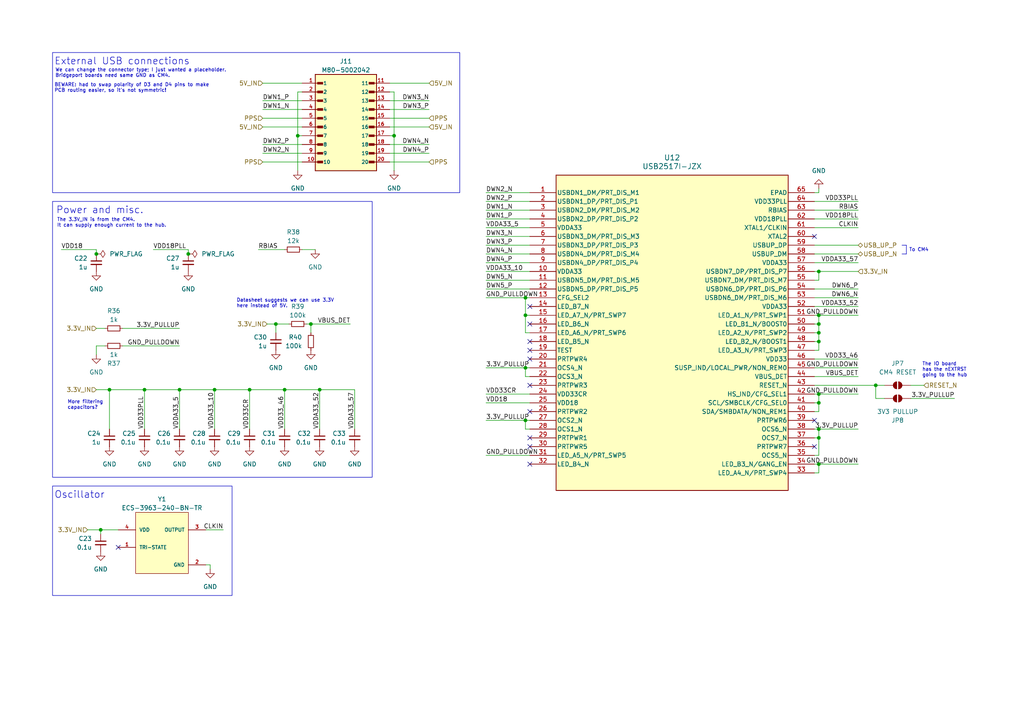
<source format=kicad_sch>
(kicad_sch (version 20250114) (generator "eeschema") (generator_version "9.0")
  (paper "A4")
  (title_block (title "USB Hub") (date "2024-09-12") (rev "0.1"))
  (lib_symbols
    (symbol "Device:C_Small" (pin_numbers (hide yes)) (pin_names (offset 0.254) (hide yes))
      (property "Reference" "C" (at 0.254 1.778 0))
      (property "Value" "C_Small" (at 0.254 -2.032 0))
      (symbol "C_Small_0_1"
        (polyline (pts (xy -1.524 0.508) (xy 1.524 0.508)) (stroke (width 0.3048)))
        (polyline (pts (xy -1.524 -0.508) (xy 1.524 -0.508)) (stroke (width 0.3302)))
      )
      (symbol "C_Small_1_1"
        (pin passive line (at 0 2.54 270) (length 2.032) (name "~") (number "1"))
        (pin passive line (at 0 -2.54 90) (length 2.032) (name "~") (number "2"))
      )
    )
    (symbol "Device:R_Small" (pin_numbers (hide yes)) (pin_names (offset 0.254) (hide yes))
      (property "Reference" "R" (at 0 0 90))
      (property "Value" "R_Small" (at 1.778 0 90))
      (symbol "R_Small_0_1"
        (rectangle (start -0.762 1.778) (end 0.762 -1.778) (stroke (width 0.2032)))
      )
      (symbol "R_Small_1_1"
        (pin passive line (at 0 2.54 270) (length 0.762) (name "~") (number "1"))
        (pin passive line (at 0 -2.54 90) (length 0.762) (name "~") (number "2"))
      )
    )
    (symbol "Jumper:SolderJumper_2_Open" (pin_numbers (hide yes)) (pin_names (offset 0) (hide yes)) (in_bom no)
      (property "Reference" "JP" (at 0 2.032 0))
      (property "Value" "SolderJumper_2_Open" (at 0 -2.54 0))
      (symbol "SolderJumper_2_Open_0_1"
        (polyline (pts (xy -0.254 1.016) (xy -0.254 -1.016)))
        (arc (start -0.254 -1.016) (mid -1.2656 0) (end -0.254 1.016))
        (arc (start -0.254 -1.016) (mid -1.2656 0) (end -0.254 1.016) (fill (type outline)))
        (arc (start 0.254 1.016) (mid 1.2656 0) (end 0.254 -1.016))
        (arc (start 0.254 1.016) (mid 1.2656 0) (end 0.254 -1.016) (fill (type outline)))
        (polyline (pts (xy 0.254 1.016) (xy 0.254 -1.016)))
      )
      (symbol "SolderJumper_2_Open_1_1"
        (pin passive line (at -3.81 0 0) (length 2.54) (name "A") (number "1"))
        (pin passive line (at 3.81 0 180) (length 2.54) (name "B") (number "2"))
      )
    )
    (symbol "fc-board:ECS-3963-240-BN-TR" (pin_names (offset 1.016))
      (property "Reference" "Y" (at 0 9.398 0))
      (property "Value" "ECS-3963-240-BN-TR" (at 0 -11.43 0))
      (symbol "ECS-3963-240-BN-TR_0_0"
        (rectangle (start -7.62 8.89) (end 7.62 -8.89) (stroke (width 0.1524)) (fill (type background)))
        (pin input line (at -12.7 3.81 0) (length 5.08) (name "VDD") (number "4"))
        (pin input line (at -12.7 -1.27 0) (length 5.08) (name "TRI-STATE") (number "1"))
        (pin output line (at 12.7 3.81 180) (length 5.08) (name "OUTPUT") (number "3"))
        (pin power_in line (at 12.7 -6.35 180) (length 5.08) (name "GND") (number "2"))
      )
    )
    (symbol "fc-board:M80-5002042" (pin_names (offset 1.016))
      (property "Reference" "J" (at -9.39 15.24 0))
      (property "Value" "M80-5002042" (at -8.89 -15.24 0))
      (symbol "M80-5002042_0_0"
        (rectangle (start -8.89 15.24) (end 8.89 -12.7) (stroke (width 0.254)) (fill (type background)))
        (rectangle (start -8.255 12.3825) (end -6.6675 13.0175) (stroke (width 0.1)) (fill (type outline)))
        (rectangle (start -8.255 9.8425) (end -6.6675 10.4775) (stroke (width 0.1)) (fill (type outline)))
        (rectangle (start -8.255 7.3025) (end -6.6675 7.9375) (stroke (width 0.1)) (fill (type outline)))
        (rectangle (start -8.255 4.7625) (end -6.6675 5.3975) (stroke (width 0.1)) (fill (type outline)))
        (rectangle (start -8.255 2.2225) (end -6.6675 2.8575) (stroke (width 0.1)) (fill (type outline)))
        (rectangle (start -8.255 -0.3175) (end -6.6675 0.3175) (stroke (width 0.1)) (fill (type outline)))
        (rectangle (start -8.255 -2.8575) (end -6.6675 -2.2225) (stroke (width 0.1)) (fill (type outline)))
        (rectangle (start -8.255 -5.3975) (end -6.6675 -4.7625) (stroke (width 0.1)) (fill (type outline)))
        (rectangle (start -8.255 -7.9375) (end -6.6675 -7.3025) (stroke (width 0.1)) (fill (type outline)))
        (rectangle (start -8.255 -10.4775) (end -6.6675 -9.8425) (stroke (width 0.1)) (fill (type outline)))
        (rectangle (start 8.255 12.3825) (end 6.6675 13.0175) (stroke (width 0.1)) (fill (type outline)))
        (rectangle (start 8.255 9.8425) (end 6.6675 10.4775) (stroke (width 0.1)) (fill (type outline)))
        (rectangle (start 8.255 7.3025) (end 6.6675 7.9375) (stroke (width 0.1)) (fill (type outline)))
        (rectangle (start 8.255 4.7625) (end 6.6675 5.3975) (stroke (width 0.1)) (fill (type outline)))
        (rectangle (start 8.255 2.2225) (end 6.6675 2.8575) (stroke (width 0.1)) (fill (type outline)))
        (rectangle (start 8.255 -0.3175) (end 6.6675 0.3175) (stroke (width 0.1)) (fill (type outline)))
        (rectangle (start 8.255 -2.8575) (end 6.6675 -2.2225) (stroke (width 0.1)) (fill (type outline)))
        (rectangle (start 8.255 -5.3975) (end 6.6675 -4.7625) (stroke (width 0.1)) (fill (type outline)))
        (rectangle (start 8.255 -7.9375) (end 6.6675 -7.3025) (stroke (width 0.1)) (fill (type outline)))
        (rectangle (start 8.255 -10.4775) (end 6.6675 -9.8425) (stroke (width 0.1)) (fill (type outline)))
        (pin passive line (at -12.7 12.7 0) (length 5.08) (name "1") (number "1"))
        (pin passive line (at -12.7 10.16 0) (length 5.08) (name "2") (number "2"))
        (pin passive line (at -12.7 7.62 0) (length 5.08) (name "3") (number "3"))
        (pin passive line (at -12.7 5.08 0) (length 5.08) (name "4") (number "4"))
        (pin passive line (at -12.7 2.54 0) (length 5.08) (name "5") (number "5"))
        (pin passive line (at -12.7 0 0) (length 5.08) (name "6") (number "6"))
        (pin passive line (at -12.7 -2.54 0) (length 5.08) (name "7") (number "7"))
        (pin passive line (at -12.7 -5.08 0) (length 5.08) (name "8") (number "8"))
        (pin passive line (at -12.7 -7.62 0) (length 5.08) (name "9") (number "9"))
        (pin passive line (at -12.7 -10.16 0) (length 5.08) (name "10") (number "10"))
        (pin passive line (at 12.7 12.7 180) (length 5.08) (name "11") (number "11"))
        (pin passive line (at 12.7 10.16 180) (length 5.08) (name "12") (number "12"))
        (pin passive line (at 12.7 7.62 180) (length 5.08) (name "13") (number "13"))
        (pin passive line (at 12.7 5.08 180) (length 5.08) (name "14") (number "14"))
        (pin passive line (at 12.7 2.54 180) (length 5.08) (name "15") (number "15"))
        (pin passive line (at 12.7 0 180) (length 5.08) (name "16") (number "16"))
        (pin passive line (at 12.7 -2.54 180) (length 5.08) (name "17") (number "17"))
        (pin passive line (at 12.7 -5.08 180) (length 5.08) (name "18") (number "18"))
        (pin passive line (at 12.7 -7.62 180) (length 5.08) (name "19") (number "19"))
        (pin passive line (at 12.7 -10.16 180) (length 5.08) (name "20") (number "20"))
      )
    )
    (symbol "fc-board:USB2517I-JZX" (pin_names (offset 0.254))
      (property "Reference" "U" (at 40.64 9.906 0))
      (property "Value" "USB2517I-JZX" (at 40.64 7.366 0))
      (symbol "USB2517I-JZX_0_1"
        (pin bidirectional line (at 0 0 0) (length 7.62) (name "USBDN1_DM/PRT_DIS_M1") (number "1"))
        (pin bidirectional line (at 0 -2.54 0) (length 7.62) (name "USBDN1_DP/PRT_DIS_P1") (number "2"))
        (pin bidirectional line (at 0 -5.08 0) (length 7.62) (name "USBDN2_DM/PRT_DIS_M2") (number "3"))
        (pin bidirectional line (at 0 -7.62 0) (length 7.62) (name "USBDN2_DP/PRT_DIS_P2") (number "4"))
        (pin power_in line (at 0 -10.16 0) (length 7.62) (name "VDDA33") (number "5"))
        (pin bidirectional line (at 0 -12.7 0) (length 7.62) (name "USBDN3_DM/PRT_DIS_M3") (number "6"))
        (pin bidirectional line (at 0 -15.24 0) (length 7.62) (name "USBDN3_DP/PRT_DIS_P3") (number "7"))
        (pin bidirectional line (at 0 -17.78 0) (length 7.62) (name "USBDN4_DM/PRT_DIS_M4") (number "8"))
        (pin bidirectional line (at 0 -20.32 0) (length 7.62) (name "USBDN4_DP/PRT_DIS_P4") (number "9"))
        (pin power_in line (at 0 -22.86 0) (length 7.62) (name "VDDA33") (number "10"))
        (pin bidirectional line (at 0 -25.4 0) (length 7.62) (name "USBDN5_DM/PRT_DIS_M5") (number "11"))
        (pin bidirectional line (at 0 -27.94 0) (length 7.62) (name "USBDN5_DP/PRT_DIS_P5") (number "12"))
        (pin bidirectional line (at 0 -30.48 0) (length 7.62) (name "CFG_SEL2") (number "13"))
        (pin bidirectional line (at 0 -33.02 0) (length 7.62) (name "LED_B7_N") (number "14"))
        (pin bidirectional line (at 0 -35.56 0) (length 7.62) (name "LED_A7_N/PRT_SWP7") (number "15"))
        (pin bidirectional line (at 0 -38.1 0) (length 7.62) (name "LED_B6_N") (number "16"))
        (pin bidirectional line (at 0 -40.64 0) (length 7.62) (name "LED_A6_N/PRT_SWP6") (number "17"))
        (pin bidirectional line (at 0 -43.18 0) (length 7.62) (name "LED_B5_N") (number "18"))
        (pin bidirectional line (at 0 -45.72 0) (length 7.62) (name "TEST") (number "19"))
        (pin bidirectional line (at 0 -48.26 0) (length 7.62) (name "PRTPWR4") (number "20"))
        (pin bidirectional line (at 0 -50.8 0) (length 7.62) (name "OCS4_N") (number "21"))
        (pin bidirectional line (at 0 -53.34 0) (length 7.62) (name "OCS3_N") (number "22"))
        (pin bidirectional line (at 0 -55.88 0) (length 7.62) (name "PRTPWR3") (number "23"))
        (pin power_in line (at 0 -58.42 0) (length 7.62) (name "VDD33CR") (number "24"))
        (pin power_in line (at 0 -60.96 0) (length 7.62) (name "VDD18") (number "25"))
        (pin bidirectional line (at 0 -63.5 0) (length 7.62) (name "PRTPWR2") (number "26"))
        (pin bidirectional line (at 0 -66.04 0) (length 7.62) (name "OCS2_N") (number "27"))
        (pin bidirectional line (at 0 -68.58 0) (length 7.62) (name "OCS1_N") (number "28"))
        (pin bidirectional line (at 0 -71.12 0) (length 7.62) (name "PRTPWR1") (number "29"))
        (pin bidirectional line (at 0 -73.66 0) (length 7.62) (name "PRTPWR5") (number "30"))
        (pin bidirectional line (at 0 -76.2 0) (length 7.62) (name "LED_A5_N/PRT_SWP5") (number "31"))
        (pin bidirectional line (at 0 -78.74 0) (length 7.62) (name "LED_B4_N") (number "32"))
        (pin power_in line (at 82.55 -2.54 180) (length 7.62) (name "VDD33PLL") (number "64"))
        (pin bidirectional line (at 82.55 -5.08 180) (length 7.62) (name "RBIAS") (number "63"))
        (pin power_in line (at 82.55 -7.62 180) (length 7.62) (name "VDD18PLL") (number "62"))
        (pin bidirectional line (at 82.55 -10.16 180) (length 7.62) (name "XTAL1/CLKIN") (number "61"))
        (pin bidirectional line (at 82.55 -12.7 180) (length 7.62) (name "XTAL2") (number "60"))
        (pin bidirectional line (at 82.55 -15.24 180) (length 7.62) (name "USBUP_DP") (number "59"))
        (pin bidirectional line (at 82.55 -17.78 180) (length 7.62) (name "USBUP_DM") (number "58"))
        (pin power_in line (at 82.55 -20.32 180) (length 7.62) (name "VDDA33") (number "57"))
        (pin bidirectional line (at 82.55 -22.86 180) (length 7.62) (name "USBDN7_DP/PRT_DIS_P7") (number "56"))
        (pin bidirectional line (at 82.55 -25.4 180) (length 7.62) (name "USBDN7_DM/PRT_DIS_M7") (number "55"))
        (pin bidirectional line (at 82.55 -27.94 180) (length 7.62) (name "USBDN6_DP/PRT_DIS_P6") (number "54"))
        (pin bidirectional line (at 82.55 -30.48 180) (length 7.62) (name "USBDN6_DM/PRT_DIS_M6") (number "53"))
        (pin power_in line (at 82.55 -33.02 180) (length 7.62) (name "VDDA33") (number "52"))
        (pin bidirectional line (at 82.55 -35.56 180) (length 7.62) (name "LED_A1_N/PRT_SWP1") (number "51"))
        (pin bidirectional line (at 82.55 -38.1 180) (length 7.62) (name "LED_B1_N/BOOST0") (number "50"))
        (pin bidirectional line (at 82.55 -40.64 180) (length 7.62) (name "LED_A2_N/PRT_SWP2") (number "49"))
        (pin bidirectional line (at 82.55 -43.18 180) (length 7.62) (name "LED_B2_N/BOOST1") (number "48"))
        (pin bidirectional line (at 82.55 -45.72 180) (length 7.62) (name "LED_A3_N/PRT_SWP3") (number "47"))
        (pin power_in line (at 82.55 -48.26 180) (length 7.62) (name "VDD33") (number "46"))
        (pin bidirectional line (at 82.55 -50.8 180) (length 7.62) (name "SUSP_IND/LOCAL_PWR/NON_REM0") (number "45"))
        (pin bidirectional line (at 82.55 -53.34 180) (length 7.62) (name "VBUS_DET") (number "44"))
        (pin bidirectional line (at 82.55 -55.88 180) (length 7.62) (name "RESET_N") (number "43"))
        (pin bidirectional line (at 82.55 -58.42 180) (length 7.62) (name "HS_IND/CFG_SEL1") (number "42"))
        (pin bidirectional line (at 82.55 -60.96 180) (length 7.62) (name "SCL/SMBCLK/CFG_SEL0") (number "41"))
        (pin bidirectional line (at 82.55 -63.5 180) (length 7.62) (name "SDA/SMBDATA/NON_REM1") (number "40"))
        (pin bidirectional line (at 82.55 -66.04 180) (length 7.62) (name "PRTPWR6") (number "39"))
        (pin bidirectional line (at 82.55 -68.58 180) (length 7.62) (name "OCS6_N") (number "38"))
        (pin bidirectional line (at 82.55 -71.12 180) (length 7.62) (name "OCS7_N") (number "37"))
        (pin bidirectional line (at 82.55 -73.66 180) (length 7.62) (name "PRTPWR7") (number "36"))
        (pin bidirectional line (at 82.55 -76.2 180) (length 7.62) (name "OCS5_N") (number "35"))
        (pin bidirectional line (at 82.55 -78.74 180) (length 7.62) (name "LED_B3_N/GANG_EN") (number "34"))
        (pin bidirectional line (at 82.55 -81.28 180) (length 7.62) (name "LED_A4_N/PRT_SWP4") (number "33"))
      )
      (symbol "USB2517I-JZX_1_1"
        (rectangle (start 7.62 5.08) (end 74.93 -86.36) (stroke (width 0.254)) (fill (type background)))
        (pin power_in line (at 82.55 0 180) (length 7.62) (name "EPAD") (number "65"))
      )
    )
    (symbol "power:GND" (power) (pin_numbers (hide yes)) (pin_names (offset 0) (hide yes))
      (property "Value" "GND" (at 0 -3.81 0))
      (symbol "GND_0_1"
        (polyline (pts (xy 0 0) (xy 0 -1.27) (xy 1.27 -1.27) (xy 0 -2.54) (xy -1.27 -1.27) (xy 0 -1.27)))
      )
      (symbol "GND_1_1"
        (pin power_in line (at 0 0 270) (length 0) (name "~") (number "1"))
      )
    )
    (symbol "power:PWR_FLAG" (power) (pin_numbers (hide yes)) (pin_names (offset 0) (hide yes))
      (property "Value" "PWR_FLAG" (at 0 3.81 0))
      (symbol "PWR_FLAG_0_0"
        (pin power_out line (at 0 0 90) (length 0) (name "~") (number "1"))
      )
      (symbol "PWR_FLAG_0_1"
        (polyline (pts (xy 0 0) (xy 0 1.27) (xy -1.016 1.905) (xy 0 2.54) (xy 1.016 1.905) (xy 0 1.27)))
      )
    )
  )
  (rectangle (start 15.24 15.24) (end 133.35 55.88))
  (rectangle (start 15.24 58.42) (end 107.95 138.43))
  (rectangle (start 15.24 140.97) (end 67.31 172.72))
  (text "More filtering\ncapacitors?" (at 19.558 118.872 0) (effects (font (size 1 1)) (justify left bottom)))
  (text "The IO board\nhas the nEXTRST\ngoing to the hub" (at 267.462 109.474 0) (effects (font (size 1 1)) (justify left bottom)))
  (text "BEWARE: had to swap polarity of D3 and D4 pins to make\nPCB routing easier, so it's not symmetric!" (at 15.748 26.924 0) (effects (font (size 1 1)) (justify left bottom)))
  (text "Oscillator" (at 15.748 144.78 0) (effects (font (size 2 2)) (justify left bottom)))
  (text "We can change the connector type; I just wanted a placeholder.\nBridgeport boards need same GND as CM4." (at 16.002 22.606 0) (effects (font (size 1 1)) (justify left bottom)))
  (text "Power and misc." (at 16.256 62.23 0) (effects (font (size 2 2)) (justify left bottom)))
  (text "To CM4" (at 263.652 73.152 0) (effects (font (size 1 1)) (justify left bottom)))
  (text "The 3.3V_IN is from the CM4.\nIt can supply enough current to the hub." (at 16.51 66.04 0) (effects (font (size 1 1)) (justify left bottom)))
  (text "Datasheet suggests we can use 3.3V\nhere instead of 5V." (at 68.58 89.408 0) (effects (font (size 1 1)) (justify left bottom)))
  (text "External USB connections" (at 15.748 19.05 0) (effects (font (size 2 2)) (justify left bottom)))
  (junction (at 254 111.76))
  (junction (at 41.91 113.03))
  (junction (at 237.49 127))
  (junction (at 152.4 106.68))
  (junction (at 27.94 73.66))
  (junction (at 82.55 113.03))
  (junction (at 152.4 121.92))
  (junction (at 237.49 93.98))
  (junction (at 31.75 113.03))
  (junction (at 86.36 39.37))
  (junction (at 54.61 73.66))
  (junction (at 29.21 153.67))
  (junction (at 72.39 113.03))
  (junction (at 237.49 116.84))
  (junction (at 52.07 113.03))
  (junction (at 90.17 93.98))
  (junction (at 92.71 113.03))
  (junction (at 237.49 99.06))
  (junction (at 152.4 91.44))
  (junction (at 237.49 78.74))
  (junction (at 62.23 113.03))
  (junction (at 114.3 39.37))
  (junction (at 237.49 96.52))
  (junction (at 237.49 124.46))
  (junction (at 237.49 114.3))
  (junction (at 237.49 134.62))
  (junction (at 152.4 86.36))
  (junction (at 80.01 93.98))
  (junction (at 237.49 91.44))
  (no_connect (at 153.67 129.54))
  (no_connect (at 236.22 129.54))
  (no_connect (at 34.29 158.75))
  (no_connect (at 236.22 121.92))
  (no_connect (at 153.67 104.14))
  (no_connect (at 153.67 119.38))
  (no_connect (at 153.67 101.6))
  (no_connect (at 153.67 93.98))
  (no_connect (at 153.67 127))
  (no_connect (at 236.22 68.58))
  (no_connect (at 153.67 88.9))
  (no_connect (at 153.67 99.06))
  (no_connect (at 153.67 111.76))
  (no_connect (at 153.67 134.62))
  (wire (pts (xy 76.2 36.83) (xy 87.63 36.83)))
  (wire (pts (xy 152.4 121.92) (xy 152.4 124.46)))
  (wire (pts (xy 152.4 91.44) (xy 153.67 91.44)))
  (wire (pts (xy 236.22 96.52) (xy 237.49 96.52)))
  (wire (pts (xy 237.49 96.52) (xy 237.49 99.06)))
  (wire (pts (xy 153.67 106.68) (xy 152.4 106.68)))
  (wire (pts (xy 152.4 91.44) (xy 152.4 96.52)))
  (wire (pts (xy 153.67 71.12) (xy 140.97 71.12)))
  (wire (pts (xy 90.17 93.98) (xy 90.17 96.52)))
  (wire (pts (xy 153.67 55.88) (xy 140.97 55.88)))
  (wire (pts (xy 140.97 83.82) (xy 153.67 83.82)))
  (wire (pts (xy 113.03 39.37) (xy 114.3 39.37)))
  (wire (pts (xy 124.46 34.29) (xy 113.03 34.29)))
  (wire (pts (xy 152.4 86.36) (xy 152.4 91.44)))
  (wire (pts (xy 236.22 81.28) (xy 237.49 81.28)))
  (wire (pts (xy 140.97 121.92) (xy 152.4 121.92)))
  (wire (pts (xy 76.2 41.91) (xy 87.63 41.91)))
  (wire (pts (xy 76.2 34.29) (xy 87.63 34.29)))
  (wire (pts (xy 62.23 113.03) (xy 62.23 124.46)))
  (wire (pts (xy 264.16 111.76) (xy 267.97 111.76)))
  (wire (pts (xy 80.01 93.98) (xy 77.47 93.98)))
  (wire (pts (xy 87.63 72.39) (xy 91.44 72.39)))
  (wire (pts (xy 86.36 39.37) (xy 86.36 49.53)))
  (polyline (pts (xy 261.62 73.66) (xy 262.89 73.66)))
  (wire (pts (xy 140.97 81.28) (xy 153.67 81.28)))
  (wire (pts (xy 140.97 114.3) (xy 153.67 114.3)))
  (wire (pts (xy 44.45 72.39) (xy 54.61 72.39)))
  (wire (pts (xy 72.39 113.03) (xy 82.55 113.03)))
  (wire (pts (xy 153.67 73.66) (xy 140.97 73.66)))
  (wire (pts (xy 153.67 63.5) (xy 140.97 63.5)))
  (wire (pts (xy 248.92 60.96) (xy 236.22 60.96)))
  (wire (pts (xy 237.49 124.46) (xy 248.92 124.46)))
  (wire (pts (xy 236.22 73.66) (xy 248.92 73.66)))
  (wire (pts (xy 52.07 113.03) (xy 52.07 124.46)))
  (wire (pts (xy 236.22 71.12) (xy 248.92 71.12)))
  (wire (pts (xy 31.75 124.46) (xy 31.75 113.03)))
  (wire (pts (xy 237.49 78.74) (xy 237.49 81.28)))
  (wire (pts (xy 236.22 124.46) (xy 237.49 124.46)))
  (wire (pts (xy 152.4 109.22) (xy 153.67 109.22)))
  (wire (pts (xy 152.4 96.52) (xy 153.67 96.52)))
  (wire (pts (xy 254 115.57) (xy 254 111.76)))
  (wire (pts (xy 236.22 78.74) (xy 237.49 78.74)))
  (wire (pts (xy 76.2 29.21) (xy 87.63 29.21)))
  (wire (pts (xy 237.49 99.06) (xy 237.49 101.6)))
  (wire (pts (xy 17.78 72.39) (xy 27.94 72.39)))
  (wire (pts (xy 256.54 115.57) (xy 254 115.57)))
  (wire (pts (xy 140.97 106.68) (xy 152.4 106.68)))
  (wire (pts (xy 237.49 91.44) (xy 248.92 91.44)))
  (wire (pts (xy 237.49 134.62) (xy 248.92 134.62)))
  (wire (pts (xy 236.22 134.62) (xy 237.49 134.62)))
  (wire (pts (xy 124.46 24.13) (xy 113.03 24.13)))
  (wire (pts (xy 153.67 68.58) (xy 140.97 68.58)))
  (wire (pts (xy 31.75 113.03) (xy 41.91 113.03)))
  (wire (pts (xy 237.49 114.3) (xy 237.49 116.84)))
  (wire (pts (xy 64.77 153.67) (xy 59.69 153.67)))
  (wire (pts (xy 60.96 163.83) (xy 60.96 165.1)))
  (wire (pts (xy 153.67 60.96) (xy 140.97 60.96)))
  (wire (pts (xy 236.22 104.14) (xy 248.92 104.14)))
  (wire (pts (xy 236.22 101.6) (xy 237.49 101.6)))
  (wire (pts (xy 76.2 44.45) (xy 87.63 44.45)))
  (wire (pts (xy 74.93 72.39) (xy 82.55 72.39)))
  (wire (pts (xy 237.49 127) (xy 237.49 132.08)))
  (wire (pts (xy 29.21 154.94) (xy 29.21 153.67)))
  (wire (pts (xy 124.46 31.75) (xy 113.03 31.75)))
  (wire (pts (xy 236.22 66.04) (xy 248.92 66.04)))
  (polyline (pts (xy 261.62 71.12) (xy 262.89 71.12)))
  (wire (pts (xy 76.2 24.13) (xy 87.63 24.13)))
  (wire (pts (xy 254 111.76) (xy 256.54 111.76)))
  (wire (pts (xy 236.22 83.82) (xy 248.92 83.82)))
  (wire (pts (xy 90.17 93.98) (xy 88.9 93.98)))
  (wire (pts (xy 54.61 72.39) (xy 54.61 73.66)))
  (wire (pts (xy 87.63 26.67) (xy 86.36 26.67)))
  (wire (pts (xy 124.46 46.99) (xy 113.03 46.99)))
  (wire (pts (xy 153.67 121.92) (xy 152.4 121.92)))
  (wire (pts (xy 114.3 26.67) (xy 114.3 39.37)))
  (wire (pts (xy 29.21 153.67) (xy 34.29 153.67)))
  (wire (pts (xy 124.46 29.21) (xy 113.03 29.21)))
  (wire (pts (xy 41.91 113.03) (xy 52.07 113.03)))
  (wire (pts (xy 30.48 100.33) (xy 27.94 100.33)))
  (wire (pts (xy 236.22 127) (xy 237.49 127)))
  (wire (pts (xy 76.2 46.99) (xy 87.63 46.99)))
  (wire (pts (xy 153.67 58.42) (xy 140.97 58.42)))
  (wire (pts (xy 80.01 93.98) (xy 80.01 96.52)))
  (wire (pts (xy 152.4 106.68) (xy 152.4 109.22)))
  (wire (pts (xy 237.49 134.62) (xy 237.49 137.16)))
  (wire (pts (xy 102.87 113.03) (xy 102.87 124.46)))
  (wire (pts (xy 153.67 86.36) (xy 152.4 86.36)))
  (wire (pts (xy 113.03 26.67) (xy 114.3 26.67)))
  (wire (pts (xy 52.07 100.33) (xy 35.56 100.33)))
  (wire (pts (xy 236.22 86.36) (xy 248.92 86.36)))
  (wire (pts (xy 41.91 113.03) (xy 41.91 124.46)))
  (wire (pts (xy 237.49 78.74) (xy 248.92 78.74)))
  (wire (pts (xy 236.22 137.16) (xy 237.49 137.16)))
  (wire (pts (xy 76.2 31.75) (xy 87.63 31.75)))
  (wire (pts (xy 237.49 93.98) (xy 237.49 96.52)))
  (wire (pts (xy 236.22 132.08) (xy 237.49 132.08)))
  (wire (pts (xy 124.46 41.91) (xy 113.03 41.91)))
  (wire (pts (xy 236.22 63.5) (xy 248.92 63.5)))
  (wire (pts (xy 236.22 76.2) (xy 248.92 76.2)))
  (wire (pts (xy 140.97 78.74) (xy 153.67 78.74)))
  (wire (pts (xy 27.94 113.03) (xy 31.75 113.03)))
  (wire (pts (xy 124.46 44.45) (xy 113.03 44.45)))
  (wire (pts (xy 153.67 76.2) (xy 140.97 76.2)))
  (wire (pts (xy 236.22 93.98) (xy 237.49 93.98)))
  (wire (pts (xy 27.94 100.33) (xy 27.94 102.87)))
  (wire (pts (xy 236.22 55.88) (xy 237.49 55.88)))
  (wire (pts (xy 83.82 93.98) (xy 80.01 93.98)))
  (wire (pts (xy 92.71 113.03) (xy 102.87 113.03)))
  (wire (pts (xy 236.22 119.38) (xy 237.49 119.38)))
  (wire (pts (xy 236.22 111.76) (xy 254 111.76)))
  (wire (pts (xy 236.22 109.22) (xy 248.92 109.22)))
  (wire (pts (xy 236.22 106.68) (xy 248.92 106.68)))
  (wire (pts (xy 82.55 113.03) (xy 92.71 113.03)))
  (wire (pts (xy 25.4 153.67) (xy 29.21 153.67)))
  (wire (pts (xy 140.97 66.04) (xy 153.67 66.04)))
  (wire (pts (xy 82.55 113.03) (xy 82.55 124.46)))
  (wire (pts (xy 52.07 95.25) (xy 35.56 95.25)))
  (wire (pts (xy 237.49 114.3) (xy 248.92 114.3)))
  (polyline (pts (xy 262.89 71.12) (xy 262.89 73.66)))
  (wire (pts (xy 114.3 39.37) (xy 114.3 49.53)))
  (wire (pts (xy 248.92 58.42) (xy 236.22 58.42)))
  (wire (pts (xy 124.46 36.83) (xy 113.03 36.83)))
  (wire (pts (xy 101.6 93.98) (xy 90.17 93.98)))
  (wire (pts (xy 236.22 114.3) (xy 237.49 114.3)))
  (wire (pts (xy 237.49 116.84) (xy 237.49 119.38)))
  (wire (pts (xy 237.49 54.61) (xy 237.49 55.88)))
  (wire (pts (xy 72.39 113.03) (xy 72.39 124.46)))
  (wire (pts (xy 236.22 99.06) (xy 237.49 99.06)))
  (wire (pts (xy 52.07 113.03) (xy 62.23 113.03)))
  (wire (pts (xy 237.49 124.46) (xy 237.49 127)))
  (wire (pts (xy 59.69 163.83) (xy 60.96 163.83)))
  (wire (pts (xy 92.71 113.03) (xy 92.71 124.46)))
  (wire (pts (xy 140.97 116.84) (xy 153.67 116.84)))
  (wire (pts (xy 87.63 39.37) (xy 86.36 39.37)))
  (wire (pts (xy 237.49 91.44) (xy 237.49 93.98)))
  (wire (pts (xy 140.97 86.36) (xy 152.4 86.36)))
  (wire (pts (xy 140.97 132.08) (xy 153.67 132.08)))
  (wire (pts (xy 30.48 95.25) (xy 27.94 95.25)))
  (wire (pts (xy 236.22 116.84) (xy 237.49 116.84)))
  (wire (pts (xy 86.36 26.67) (xy 86.36 39.37)))
  (wire (pts (xy 236.22 91.44) (xy 237.49 91.44)))
  (wire (pts (xy 236.22 88.9) (xy 248.92 88.9)))
  (wire (pts (xy 62.23 113.03) (xy 72.39 113.03)))
  (wire (pts (xy 152.4 124.46) (xy 153.67 124.46)))
  (wire (pts (xy 27.94 72.39) (xy 27.94 73.66)))
  (wire (pts (xy 264.16 115.57) (xy 276.86 115.57)))
  (label "DWN1_N" (at 76.2 31.75 0))
  (label "3.3V_PULLUP" (at 52.07 95.25 180))
  (label "DWN4_N" (at 140.97 73.66 0) (property "Netclass" "usb" (effects (hide yes))))
  (label "DWN1_P" (at 140.97 63.5 0) (property "Netclass" "usb" (effects (hide yes))))
  (label "GND_PULLDOWN" (at 248.92 91.44 180))
  (label "DWN3_N" (at 140.97 68.58 0) (property "Netclass" "usb" (effects (hide yes))))
  (label "GND_PULLDOWN" (at 140.97 86.36 0))
  (label "VDDA33_52" (at 92.71 124.46 90))
  (label "GND_PULLDOWN" (at 248.92 114.3 180))
  (label "DWN4_N" (at 124.46 41.91 180))
  (label "VDDA33_5" (at 52.07 124.46 90))
  (label "CLKIN" (at 64.77 153.67 180))
  (label "3.3V_PULLUP" (at 248.92 124.46 180))
  (label "DWN6_P" (at 248.92 83.82 180) (property "Netclass" "usb" (effects (hide yes))))
  (label "DWN3_N" (at 124.46 29.21 180))
  (label "VDDA33_57" (at 248.92 76.2 180))
  (label "DWN2_P" (at 76.2 41.91 0))
  (label "GND_PULLDOWN" (at 140.97 132.08 0))
  (label "VDD33PLL" (at 248.92 58.42 180))
  (label "DWN5_N" (at 140.97 81.28 0) (property "Netclass" "usb" (effects (hide yes))))
  (label "VBUS_DET" (at 101.6 93.98 180))
  (label "VDD18PLL" (at 44.45 72.39 0))
  (label "VDD18" (at 17.78 72.39 0))
  (label "DWN2_N" (at 140.97 55.88 0) (property "Netclass" "usb" (effects (hide yes))))
  (label "VDD18" (at 140.97 116.84 0))
  (label "GND_PULLDOWN" (at 52.07 100.33 180))
  (label "VDDA33_10" (at 62.23 124.46 90))
  (label "VBUS_DET" (at 248.92 109.22 180))
  (label "DWN4_P" (at 124.46 44.45 180))
  (label "VDD33_46" (at 248.92 104.14 180))
  (label "GND_PULLDOWN" (at 248.92 134.62 180))
  (label "VDDA33_52" (at 248.92 88.9 180))
  (label "GND_PULLDOWN" (at 248.92 106.68 180))
  (label "DWN5_P" (at 140.97 83.82 0) (property "Netclass" "usb" (effects (hide yes))))
  (label "VDD18PLL" (at 248.92 63.5 180))
  (label "VDD33_46" (at 82.55 124.46 90))
  (label "RBIAS" (at 248.92 60.96 180))
  (label "VDD33PLL" (at 41.91 124.46 90))
  (label "DWN1_N" (at 140.97 60.96 0) (property "Netclass" "usb" (effects (hide yes))))
  (label "3.3V_PULLUP" (at 276.86 115.57 180))
  (label "DWN2_N" (at 76.2 44.45 0))
  (label "DWN4_P" (at 140.97 76.2 0) (property "Netclass" "usb" (effects (hide yes))))
  (label "VDDA33_57" (at 102.87 124.46 90))
  (label "VDDA33_5" (at 140.97 66.04 0))
  (label "DWN3_P" (at 140.97 71.12 0) (property "Netclass" "usb" (effects (hide yes))))
  (label "RBIAS" (at 74.93 72.39 0))
  (label "CLKIN" (at 248.92 66.04 180))
  (label "DWN2_P" (at 140.97 58.42 0) (property "Netclass" "usb" (effects (hide yes))))
  (label "3.3V_PULLUP" (at 140.97 121.92 0))
  (label "DWN3_P" (at 124.46 31.75 180))
  (label "VDD33CR" (at 72.39 124.46 90))
  (label "DWN6_N" (at 248.92 86.36 180) (property "Netclass" "usb" (effects (hide yes))))
  (label "DWN1_P" (at 76.2 29.21 0))
  (label "VDD33CR" (at 140.97 114.3 0))
  (label "3.3V_PULLUP" (at 140.97 106.68 0))
  (label "VDDA33_10" (at 140.97 78.74 0))
  (hierarchical_label "5V_IN" (shape input) (at 76.2 24.13 180))
  (hierarchical_label "3.3V_IN" (shape input) (at 27.94 95.25 180))
  (hierarchical_label "PPS" (shape input) (at 124.46 34.29 0))
  (hierarchical_label "3.3V_IN" (shape input) (at 25.4 153.67 180))
  (hierarchical_label "3.3V_IN" (shape input) (at 248.92 78.74 0))
  (hierarchical_label "5V_IN" (shape input) (at 76.2 36.83 180))
  (hierarchical_label "3.3V_IN" (shape input) (at 27.94 113.03 180))
  (hierarchical_label "3.3V_IN" (shape input) (at 77.47 93.98 180))
  (hierarchical_label "USB_UP_N" (shape bidirectional) (at 248.92 73.66 0))
  (hierarchical_label "RESET_N" (shape input) (at 267.97 111.76 0))
  (hierarchical_label "PPS" (shape input) (at 76.2 46.99 180))
  (hierarchical_label "5V_IN" (shape input) (at 124.46 36.83 0))
  (hierarchical_label "PPS" (shape input) (at 76.2 34.29 180))
  (hierarchical_label "USB_UP_P" (shape bidirectional) (at 248.92 71.12 0))
  (hierarchical_label "PPS" (shape input) (at 124.46 46.99 0))
  (hierarchical_label "5V_IN" (shape input) (at 124.46 24.13 0))
  (symbol (lib_id "power:PWR_FLAG") (at 27.94 73.66 270) (unit 1)
    (property "Reference" "#FLG01" (effects (hide yes)))
    (property "Value" "PWR_FLAG" (at 31.75 73.6599 90) (effects (justify left)))
    (property "Description" "Special symbol for telling ERC where power comes from" (effects (hide yes)))
  )
  (symbol (lib_id "Device:C_Small") (at 29.21 157.48 0) (unit 1)
    (property "Reference" "C23" (at 26.67 156.2162 0) (effects (justify right)))
    (property "Value" "0.1u" (at 26.67 158.7562 0) (effects (justify right)))
    (property "Footprint" "Capacitor_SMD:C_1206_3216Metric" (effects (hide yes)))
    (property "Description" "Unpolarized capacitor, small symbol" (effects (hide yes)))
  )
  (symbol (lib_id "power:GND") (at 27.94 102.87 0) (mirror y) (unit 1)
    (property "Reference" "#PWR062" (effects (hide yes)))
    (property "Value" "GND" (at 27.94 107.95 0))
    (property "Description" "Power symbol creates a global label with name \"GND\" , ground" (effects (hide yes)))
  )
  (symbol (lib_id "power:GND") (at 72.39 129.54 0) (unit 1)
    (property "Reference" "#PWR070" (effects (hide yes)))
    (property "Value" "GND" (at 72.39 134.62 0))
    (property "Description" "Power symbol creates a global label with name \"GND\" , ground" (effects (hide yes)))
  )
  (symbol (lib_id "Device:R_Small") (at 90.17 99.06 0) (mirror x) (unit 1)
    (property "Reference" "R40" (at 87.63 97.7899 0) (effects (justify right)))
    (property "Value" "100k" (at 87.63 100.3299 0) (effects (justify right)))
    (property "Footprint" "Resistor_SMD:R_0805_2012Metric" (effects (hide yes)))
    (property "Description" "Resistor, small symbol" (effects (hide yes)))
  )
  (symbol (lib_id "power:GND") (at 52.07 129.54 0) (unit 1)
    (property "Reference" "#PWR066" (effects (hide yes)))
    (property "Value" "GND" (at 52.07 134.62 0))
    (property "Description" "Power symbol creates a global label with name \"GND\" , ground" (effects (hide yes)))
  )
  (symbol (lib_id "Device:C_Small") (at 27.94 76.2 0) (unit 1)
    (property "Reference" "C22" (at 25.4 74.9362 0) (effects (justify right)))
    (property "Value" "1u" (at 25.4 77.4762 0) (effects (justify right)))
    (property "Footprint" "Capacitor_SMD:C_0805_2012Metric" (effects (hide yes)))
    (property "Description" "Unpolarized capacitor, small symbol" (effects (hide yes)))
  )
  (symbol (lib_id "power:GND") (at 54.61 78.74 0) (unit 1)
    (property "Reference" "#PWR067" (effects (hide yes)))
    (property "Value" "GND" (at 54.61 83.82 0))
    (property "Description" "Power symbol creates a global label with name \"GND\" , ground" (effects (hide yes)))
  )
  (symbol (lib_id "power:GND") (at 29.21 160.02 0) (unit 1)
    (property "Reference" "#PWR063" (effects (hide yes)))
    (property "Value" "GND" (at 29.21 165.1 0))
    (property "Description" "Power symbol creates a global label with name \"GND\" , ground" (effects (hide yes)))
  )
  (symbol (lib_id "power:GND") (at 90.17 101.6 0) (mirror y) (unit 1)
    (property "Reference" "#PWR074" (effects (hide yes)))
    (property "Value" "GND" (at 90.17 106.68 0))
    (property "Description" "Power symbol creates a global label with name \"GND\" , ground" (effects (hide yes)))
  )
  (symbol (lib_id "fc-board:M80-5002042") (at 100.33 36.83 0) (unit 1)
    (property "Reference" "J11" (at 100.33 17.78 0))
    (property "Value" "M80-5002042" (at 100.33 20.32 0))
    (property "Footprint" "fc-board:M80-5002042" (effects (hide yes)))
    (property "MANUFACTURER" "HARWIN" (effects (hide yes)))
  )
  (symbol (lib_id "fc-board:ECS-3963-240-BN-TR") (at 46.99 157.48 0) (unit 1)
    (property "Reference" "Y1" (at 46.99 144.78 0))
    (property "Value" "ECS-3963-240-BN-TR" (at 46.99 147.32 0))
    (property "Footprint" "fc-board:ECS_3963_240_BN_TR" (effects (hide yes)))
    (property "PARTREV" "N/A" (effects (hide yes)))
    (property "MANUFACTURER" "ECS Inc" (effects (hide yes)))
    (property "STANDARD" "Manufacturer Recommendations" (effects (hide yes)))
  )
  (symbol (lib_id "Device:C_Small") (at 102.87 127 0) (unit 1)
    (property "Reference" "C33" (at 100.33 125.7362 0) (effects (justify right)))
    (property "Value" "0.1u" (at 100.33 128.2762 0) (effects (justify right)))
    (property "Footprint" "Capacitor_SMD:C_0805_2012Metric" (effects (hide yes)))
    (property "Description" "Unpolarized capacitor, small symbol" (effects (hide yes)))
  )
  (symbol (lib_id "Device:C_Small") (at 41.91 127 0) (unit 1)
    (property "Reference" "C25" (at 39.37 125.7362 0) (effects (justify right)))
    (property "Value" "0.1u" (at 39.37 128.2762 0) (effects (justify right)))
    (property "Footprint" "Capacitor_SMD:C_0805_2012Metric" (effects (hide yes)))
    (property "Description" "Unpolarized capacitor, small symbol" (effects (hide yes)))
  )
  (symbol (lib_id "power:GND") (at 86.36 49.53 0) (unit 1)
    (property "Reference" "#PWR073" (effects (hide yes)))
    (property "Value" "GND" (at 86.36 54.61 0))
    (property "Description" "Power symbol creates a global label with name \"GND\" , ground" (effects (hide yes)))
  )
  (symbol (lib_id "power:GND") (at 60.96 165.1 0) (unit 1)
    (property "Reference" "#PWR068" (effects (hide yes)))
    (property "Value" "GND" (at 60.96 170.18 0))
    (property "Description" "Power symbol creates a global label with name \"GND\" , ground" (effects (hide yes)))
  )
  (symbol (lib_id "power:GND") (at 80.01 101.6 0) (mirror y) (unit 1)
    (property "Reference" "#PWR071" (effects (hide yes)))
    (property "Value" "GND" (at 80.01 106.68 0))
    (property "Description" "Power symbol creates a global label with name \"GND\" , ground" (effects (hide yes)))
  )
  (symbol (lib_id "Device:C_Small") (at 80.01 99.06 0) (unit 1)
    (property "Reference" "C30" (at 77.47 97.7962 0) (effects (justify right)))
    (property "Value" "1u" (at 77.47 100.3362 0) (effects (justify right)))
    (property "Footprint" "Capacitor_SMD:C_0805_2012Metric" (effects (hide yes)))
    (property "Description" "Unpolarized capacitor, small symbol" (effects (hide yes)))
  )
  (symbol (lib_id "fc-board:USB2517I-JZX") (at 153.67 55.88 0) (unit 1)
    (property "Reference" "U12" (at 194.945 45.72 0) (effects (font (size 1.524 1.524))))
    (property "Value" "USB2517I-JZX" (at 194.945 48.26 0) (effects (font (size 1.524 1.524))))
    (property "Footprint" "fc-board:USB2517I_JZX" (effects (hide yes)))
    (property "Datasheet" "USB2517I-JZX" (effects (hide yes)))
  )
  (symbol (lib_id "power:GND") (at 31.75 129.54 0) (unit 1)
    (property "Reference" "#PWR064" (effects (hide yes)))
    (property "Value" "GND" (at 31.75 134.62 0))
    (property "Description" "Power symbol creates a global label with name \"GND\" , ground" (effects (hide yes)))
  )
  (symbol (lib_id "Device:C_Small") (at 52.07 127 0) (unit 1)
    (property "Reference" "C26" (at 49.53 125.7362 0) (effects (justify right)))
    (property "Value" "0.1u" (at 49.53 128.2762 0) (effects (justify right)))
    (property "Footprint" "Capacitor_SMD:C_0805_2012Metric" (effects (hide yes)))
    (property "Description" "Unpolarized capacitor, small symbol" (effects (hide yes)))
  )
  (symbol (lib_id "Device:C_Small") (at 72.39 127 0) (unit 1)
    (property "Reference" "C29" (at 69.85 125.7362 0) (effects (justify right)))
    (property "Value" "0.1u" (at 69.85 128.2762 0) (effects (justify right)))
    (property "Footprint" "Capacitor_SMD:C_0805_2012Metric" (effects (hide yes)))
    (property "Description" "Unpolarized capacitor, small symbol" (effects (hide yes)))
  )
  (symbol (lib_id "Device:C_Small") (at 54.61 76.2 0) (unit 1)
    (property "Reference" "C27" (at 52.07 74.9362 0) (effects (justify right)))
    (property "Value" "1u" (at 52.07 77.4762 0) (effects (justify right)))
    (property "Footprint" "Capacitor_SMD:C_0805_2012Metric" (effects (hide yes)))
    (property "Description" "Unpolarized capacitor, small symbol" (effects (hide yes)))
  )
  (symbol (lib_id "Device:C_Small") (at 92.71 127 0) (unit 1)
    (property "Reference" "C32" (at 90.17 125.7362 0) (effects (justify right)))
    (property "Value" "0.1u" (at 90.17 128.2762 0) (effects (justify right)))
    (property "Footprint" "Capacitor_SMD:C_0805_2012Metric" (effects (hide yes)))
    (property "Description" "Unpolarized capacitor, small symbol" (effects (hide yes)))
  )
  (symbol (lib_id "Jumper:SolderJumper_2_Open") (at 260.35 115.57 0) (mirror x) (unit 1) (exclude_from_sim yes) (in_bom no)
    (property "Reference" "JP8" (at 260.35 121.92 0))
    (property "Value" "3V3 PULLUP" (at 260.35 119.38 0))
    (property "Footprint" "Jumper:SolderJumper-2_P1.3mm_Open_Pad1.0x1.5mm" (effects (hide yes)))
    (property "Description" "Solder Jumper, 2-pole, open" (effects (hide yes)))
  )
  (symbol (lib_id "Device:C_Small") (at 31.75 127 0) (unit 1)
    (property "Reference" "C24" (at 29.21 125.7362 0) (effects (justify right)))
    (property "Value" "1u" (at 29.21 128.2762 0) (effects (justify right)))
    (property "Footprint" "Capacitor_SMD:C_0805_2012Metric" (effects (hide yes)))
    (property "Description" "Unpolarized capacitor, small symbol" (effects (hide yes)))
  )
  (symbol (lib_id "Device:R_Small") (at 33.02 100.33 90) (unit 1)
    (property "Reference" "R37" (at 33.02 105.41 90))
    (property "Value" "1k" (at 33.02 102.87 90))
    (property "Footprint" "Resistor_SMD:R_0805_2012Metric" (effects (hide yes)))
    (property "Description" "Resistor, small symbol" (effects (hide yes)))
  )
  (symbol (lib_id "Device:R_Small") (at 86.36 93.98 90) (mirror x) (unit 1)
    (property "Reference" "R39" (at 86.36 88.9 90))
    (property "Value" "100k" (at 86.36 91.44 90))
    (property "Footprint" "Resistor_SMD:R_0805_2012Metric" (effects (hide yes)))
    (property "Description" "Resistor, small symbol" (effects (hide yes)))
  )
  (symbol (lib_id "power:GND") (at 27.94 78.74 0) (unit 1)
    (property "Reference" "#PWR061" (effects (hide yes)))
    (property "Value" "GND" (at 27.94 83.82 0))
    (property "Description" "Power symbol creates a global label with name \"GND\" , ground" (effects (hide yes)))
  )
  (symbol (lib_id "Device:C_Small") (at 62.23 127 0) (unit 1)
    (property "Reference" "C28" (at 59.69 125.7362 0) (effects (justify right)))
    (property "Value" "0.1u" (at 59.69 128.2762 0) (effects (justify right)))
    (property "Footprint" "Capacitor_SMD:C_0805_2012Metric" (effects (hide yes)))
    (property "Description" "Unpolarized capacitor, small symbol" (effects (hide yes)))
  )
  (symbol (lib_id "Jumper:SolderJumper_2_Open") (at 260.35 111.76 0) (unit 1) (exclude_from_sim yes) (in_bom no)
    (property "Reference" "JP7" (at 260.35 105.41 0))
    (property "Value" "CM4 RESET" (at 260.35 107.95 0))
    (property "Footprint" "Jumper:SolderJumper-2_P1.3mm_Open_Pad1.0x1.5mm" (effects (hide yes)))
    (property "Description" "Solder Jumper, 2-pole, open" (effects (hide yes)))
  )
  (symbol (lib_id "power:GND") (at 62.23 129.54 0) (unit 1)
    (property "Reference" "#PWR069" (effects (hide yes)))
    (property "Value" "GND" (at 62.23 134.62 0))
    (property "Description" "Power symbol creates a global label with name \"GND\" , ground" (effects (hide yes)))
  )
  (symbol (lib_id "power:GND") (at 114.3 49.53 0) (unit 1)
    (property "Reference" "#PWR078" (effects (hide yes)))
    (property "Value" "GND" (at 114.3 54.61 0))
    (property "Description" "Power symbol creates a global label with name \"GND\" , ground" (effects (hide yes)))
  )
  (symbol (lib_id "power:GND") (at 91.44 72.39 0) (unit 1)
    (property "Reference" "#PWR075" (effects (hide yes)))
    (property "Value" "GND" (at 91.44 77.47 0))
    (property "Description" "Power symbol creates a global label with name \"GND\" , ground" (effects (hide yes)))
  )
  (symbol (lib_id "power:GND") (at 82.55 129.54 0) (unit 1)
    (property "Reference" "#PWR072" (effects (hide yes)))
    (property "Value" "GND" (at 82.55 134.62 0))
    (property "Description" "Power symbol creates a global label with name \"GND\" , ground" (effects (hide yes)))
  )
  (symbol (lib_id "Device:R_Small") (at 33.02 95.25 90) (mirror x) (unit 1)
    (property "Reference" "R36" (at 33.02 90.17 90))
    (property "Value" "1k" (at 33.02 92.71 90))
    (property "Footprint" "Resistor_SMD:R_0805_2012Metric" (effects (hide yes)))
    (property "Description" "Resistor, small symbol" (effects (hide yes)))
  )
  (symbol (lib_id "power:GND") (at 41.91 129.54 0) (unit 1)
    (property "Reference" "#PWR065" (effects (hide yes)))
    (property "Value" "GND" (at 41.91 134.62 0))
    (property "Description" "Power symbol creates a global label with name \"GND\" , ground" (effects (hide yes)))
  )
  (symbol (lib_id "power:PWR_FLAG") (at 54.61 73.66 270) (unit 1)
    (property "Reference" "#FLG02" (effects (hide yes)))
    (property "Value" "PWR_FLAG" (at 58.42 73.6599 90) (effects (justify left)))
    (property "Description" "Special symbol for telling ERC where power comes from" (effects (hide yes)))
  )
  (symbol (lib_id "Device:R_Small") (at 85.09 72.39 270) (unit 1)
    (property "Reference" "R38" (at 85.09 67.31 90))
    (property "Value" "12k" (at 85.09 69.85 90))
    (property "Footprint" "Resistor_SMD:R_0805_2012Metric" (effects (hide yes)))
    (property "Description" "Resistor, small symbol" (effects (hide yes)))
  )
  (symbol (lib_id "Device:C_Small") (at 82.55 127 0) (unit 1)
    (property "Reference" "C31" (at 80.01 125.7362 0) (effects (justify right)))
    (property "Value" "0.1u" (at 80.01 128.2762 0) (effects (justify right)))
    (property "Footprint" "Capacitor_SMD:C_0805_2012Metric" (effects (hide yes)))
    (property "Description" "Unpolarized capacitor, small symbol" (effects (hide yes)))
  )
  (symbol (lib_id "power:GND") (at 92.71 129.54 0) (unit 1)
    (property "Reference" "#PWR076" (effects (hide yes)))
    (property "Value" "GND" (at 92.71 134.62 0))
    (property "Description" "Power symbol creates a global label with name \"GND\" , ground" (effects (hide yes)))
  )
  (symbol (lib_id "power:GND") (at 102.87 129.54 0) (unit 1)
    (property "Reference" "#PWR077" (effects (hide yes)))
    (property "Value" "GND" (at 102.87 134.62 0))
    (property "Description" "Power symbol creates a global label with name \"GND\" , ground" (effects (hide yes)))
  )
  (symbol (lib_id "power:GND") (at 237.49 54.61 180) (unit 1)
    (property "Reference" "#PWR079" (effects (hide yes)))
    (property "Value" "GND" (at 237.49 49.53 0))
    (property "Description" "Power symbol creates a global label with name \"GND\" , ground" (effects (hide yes)))
  )
)
</source>
